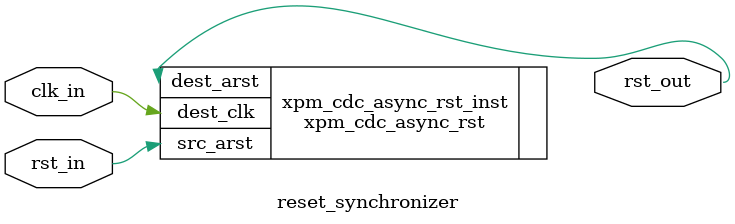
<source format=v>
`timescale 1ps/1ps
module reset_synchronizer (
	input wire clk_in,
	input wire rst_in,
	output wire rst_out
);
	xpm_cdc_async_rst #(
		.DEST_SYNC_FF (5),
		.RST_ACTIVE_HIGH (1)
	) xpm_cdc_async_rst_inst (
		.src_arst (rst_in),
		.dest_clk (clk_in),
		.dest_arst (rst_out)
	);
endmodule

</source>
